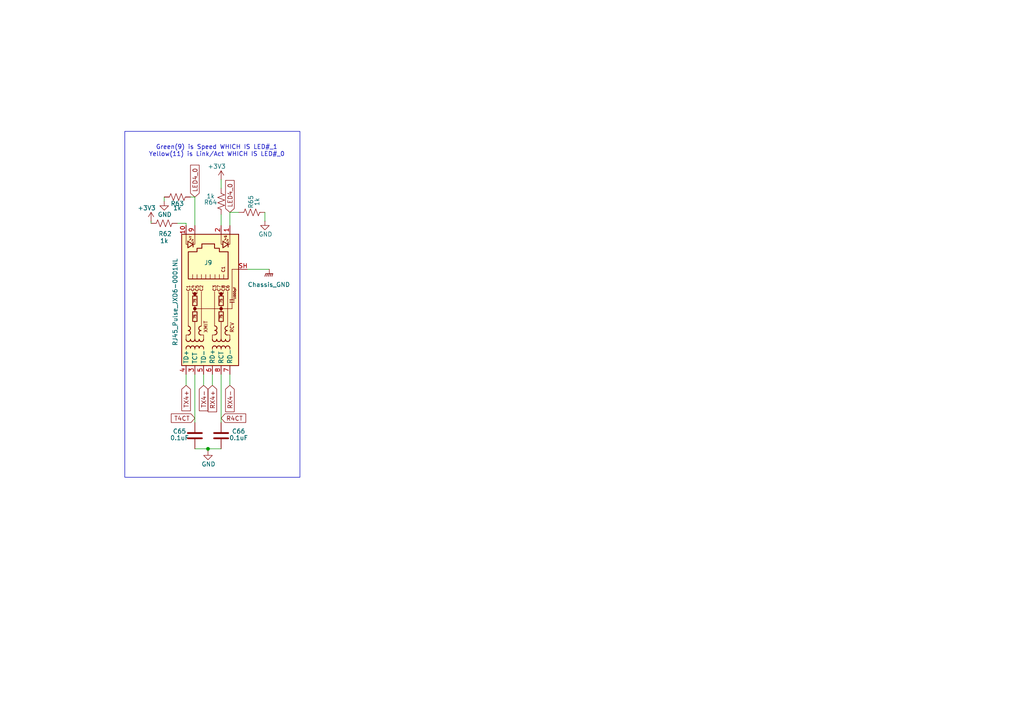
<source format=kicad_sch>
(kicad_sch (version 20250114) (generator "eeschema") (generator_version "9.0")
  (paper "A4")
  (title_block (date "2025-04-01") (rev "1") (company "Bronco Space") (comment 1 "SCALES") (comment 2 "By John Pollak"))
  (lib_symbols
    (symbol "Connector:RJ45_Pulse_JXD6-0001NL"
      (property "Reference" "J" (at 17.78 10.16 0))
      (property "Value" "RJ45_Pulse_JXD6-0001NL" (at -6.35 10.16 0))
      (symbol "RJ45_Pulse_JXD6-0001NL_0_0"
        (circle (center -1.27 5.08) (radius 0.0001) (stroke (width 0.508)))
        (polyline (pts (xy -1.27 5.08) (xy -1.27 -5.715)))
        (circle (center -1.27 -2.54) (radius 0.0001) (stroke (width 0.508)))
        (polyline (pts (xy 0.635 -5.08) (xy 0.635 -6.35)) (stroke (width 0.254)))
        (polyline (pts (xy 1.27 -5.08) (xy 1.27 -6.35)) (stroke (width 0.254)))
        (polyline (pts (xy 3.048 5.08) (xy 2.54 5.08)))
        (circle (center 3.048 5.08) (radius 0.0001) (stroke (width 0.508)))
        (polyline (pts (xy 3.048 -2.54) (xy 2.54 -2.54)))
        (circle (center 3.048 -2.54) (radius 0.0001) (stroke (width 0.508)))
        (polyline (pts (xy 3.683 5.715) (xy 3.048 5.715) (xy 3.048 4.445) (xy 3.683 4.445)))
        (polyline (pts (xy 3.683 -1.905) (xy 3.048 -1.905) (xy 3.048 -3.175) (xy 3.683 -3.175)))
        (polyline (pts (xy 17.399 7.112) (xy 17.399 7.62) (xy 20.32 7.62)))
        (polyline (pts (xy 17.399 -3.048) (xy 17.399 -2.54) (xy 20.32 -2.54)))
        (polyline (pts (xy 20.32 5.08) (xy 17.399 5.08) (xy 17.399 5.588)))
        (polyline (pts (xy 20.32 -5.08) (xy 17.399 -5.08) (xy 17.399 -4.572)))
        (text "XMIT" (at -8.255 1.905 0) (effects (font (size 1.016 1.016)) (justify left)))
        (text "RCV" (at -8.255 -5.715 0) (effects (font (size 1.016 1.016)) (justify left)))
        (text "C1" (at 4.699 6.985 0) (effects (font (size 0.889 0.889))))
        (text "C4" (at 4.699 5.715 0) (effects (font (size 0.889 0.889))))
        (text "C5" (at 4.699 4.445 0) (effects (font (size 0.889 0.889))))
        (text "C2" (at 4.699 3.175 0) (effects (font (size 0.889 0.889))))
        (text "C3" (at 4.699 -0.635 0) (effects (font (size 0.889 0.889))))
        (text "C7" (at 4.699 -1.905 0) (effects (font (size 0.889 0.889))))
        (text "C8" (at 4.699 -3.175 0) (effects (font (size 0.889 0.889))))
        (text "C6" (at 4.699 -4.445 0) (effects (font (size 0.889 0.889))))
        (text "C1" (at 10.16 -3.175 0) (effects (font (size 0.889 0.889))))
      )
      (symbol "RJ45_Pulse_JXD6-0001NL_0_1"
        (rectangle (start -17.78 8.89) (end 20.32 -7.62) (stroke (width 0.254)) (fill (type background)))
        (polyline (pts (xy -12.7 7.62) (xy -13.081 7.62)))
        (polyline (pts (xy -12.7 5.08) (xy -13.081 5.08)))
        (polyline (pts (xy -12.7 2.54) (xy -13.081 2.54)))
        (polyline (pts (xy -12.7 0) (xy -13.081 0)))
        (polyline (pts (xy -12.7 -2.54) (xy -13.081 -2.54)))
        (polyline (pts (xy -12.7 -5.08) (xy -13.081 -5.08)))
        (polyline (pts (xy -10.16 7.62) (xy -8.89 7.62) (xy -8.89 6.985)))
        (polyline (pts (xy -10.16 0) (xy -8.89 0) (xy -8.89 -0.635)))
        (polyline (pts (xy -8.89 3.175) (xy -8.89 2.54) (xy -10.16 2.54)))
        (polyline (pts (xy -8.89 -4.445) (xy -8.89 -5.08) (xy -10.16 -5.08)))
        (polyline (pts (xy -6.35 6.985) (xy 3.683 6.985)))
        (polyline (pts (xy -6.35 3.175) (xy 3.683 3.175)))
        (polyline (pts (xy -6.35 -4.445) (xy 3.683 -4.445)))
        (polyline (pts (xy -6.223 -0.635) (xy 3.683 -0.635)))
        (polyline (pts (xy -5.08 -2.54) (xy -10.16 -2.54)))
        (polyline (pts (xy -4.953 5.08) (xy -10.16 5.08)))
        (polyline (pts (xy -2.159 5.08) (xy -0.381 5.08)))
        (polyline (pts (xy -2.159 -2.54) (xy -0.381 -2.54)))
        (polyline (pts (xy 0.635 -5.715) (xy -1.27 -5.715)))
        (polyline (pts (xy 7.366 3.175) (xy 8.636 3.175)))
        (polyline (pts (xy 7.366 1.905) (xy 8.636 1.905)))
        (polyline (pts (xy 7.366 0.635) (xy 8.636 0.635)))
        (polyline (pts (xy 7.366 -0.762) (xy 8.636 -0.762)))
        (polyline (pts (xy 7.366 -2.032) (xy 8.636 -2.032)))
        (polyline (pts (xy 8.636 5.715) (xy 7.366 5.715)))
        (polyline (pts (xy 8.636 4.445) (xy 7.366 4.445)))
        (polyline (pts (xy 8.636 -3.302) (xy 7.366 -3.302)))
        (polyline (pts (xy 10.16 -5.715) (xy 1.27 -5.715)))
        (polyline (pts (xy 10.16 -5.715) (xy 10.16 -7.62)))
      )
      (symbol "RJ45_Pulse_JXD6-0001NL_1_0"
        (text "1000pF" (at 3.302 -6.477 0) (effects (font (size 0.635 0.635))))
      )
      (symbol "RJ45_Pulse_JXD6-0001NL_1_1"
        (arc (start -12.7 0) (mid -12.0677 -0.635) (end -12.7 -1.27) (stroke (width 0.254)))
        (arc (start -12.6973 7.62) (mid -12.065 6.985) (end -12.6973 6.35) (stroke (width 0.254)))
        (arc (start -12.6973 -1.27) (mid -12.065 -1.905) (end -12.6973 -2.54) (stroke (width 0.254)))
        (arc (start -12.6973 -2.54) (mid -12.065 -3.175) (end -12.6973 -3.81) (stroke (width 0.254)))
        (arc (start -12.6973 -3.81) (mid -12.065 -4.445) (end -12.6973 -5.08) (stroke (width 0.254)))
        (arc (start -12.6946 6.35) (mid -12.0623 5.715) (end -12.6946 5.08) (stroke (width 0.254)))
        (arc (start -12.6946 5.08) (mid -12.0623 4.445) (end -12.6946 3.81) (stroke (width 0.254)))
        (arc (start -12.6946 3.81) (mid -12.0623 3.175) (end -12.6946 2.54) (stroke (width 0.254)))
        (arc (start -10.1654 6.35) (mid -10.7977 6.985) (end -10.1654 7.62) (stroke (width 0.254)))
        (arc (start -10.1654 5.08) (mid -10.7977 5.715) (end -10.1654 6.35) (stroke (width 0.254)))
        (arc (start -10.1654 3.81) (mid -10.7977 4.445) (end -10.1654 5.08) (stroke (width 0.254)))
        (arc (start -10.1654 -1.27) (mid -10.7977 -0.635) (end -10.1654 0) (stroke (width 0.254)))
        (arc (start -10.1654 -2.54) (mid -10.7977 -1.905) (end -10.1654 -1.27) (stroke (width 0.254)))
        (arc (start -10.1654 -3.81) (mid -10.7977 -3.175) (end -10.1654 -2.54) (stroke (width 0.254)))
        (arc (start -10.1627 2.54) (mid -10.795 3.175) (end -10.1627 3.81) (stroke (width 0.254)))
        (arc (start -10.1627 -5.08) (mid -10.795 -4.445) (end -10.1627 -3.81) (stroke (width 0.254)))
        (arc (start -7.62 6.9823) (mid -8.255 6.35) (end -8.89 6.9823) (stroke (width 0.254)))
        (arc (start -8.89 3.3047) (mid -8.255 3.937) (end -7.62 3.3047) (stroke (width 0.254)))
        (arc (start -8.89 -4.3153) (mid -8.255 -3.683) (end -7.62 -4.3153) (stroke (width 0.254)))
        (arc (start -7.5565 -0.7012) (mid -8.1915 -1.3335) (end -8.8265 -0.7012) (stroke (width 0.254)))
        (arc (start -6.35 6.985) (mid -6.985 6.3527) (end -7.62 6.985) (stroke (width 0.254)))
        (arc (start -7.62 3.3074) (mid -6.985 3.9397) (end -6.35 3.3074) (stroke (width 0.254)))
        (arc (start -7.62 -4.3126) (mid -6.985 -3.6803) (end -6.35 -4.3126) (stroke (width 0.254)))
        (arc (start -6.2865 -0.6985) (mid -6.9215 -1.3308) (end -7.5565 -0.6985) (stroke (width 0.254)))
        (rectangle (start -4.953 5.715) (end -2.159 4.445) (stroke (width 0.254)))
        (rectangle (start -4.953 -1.905) (end -2.159 -3.175) (stroke (width 0.254)))
        (rectangle (start -0.381 5.715) (end 2.413 4.445) (stroke (width 0.254)))
        (rectangle (start -0.381 -1.905) (end 2.413 -3.175) (stroke (width 0.254)))
        (polyline (pts (xy 7.366 -4.572) (xy 7.366 6.985) (xy 15.24 6.985) (xy 15.24 4.445) (xy 16.256 4.445) (xy 16.256 3.048) (xy 17.526 3.048) (xy 17.526 -0.635) (xy 16.256 -0.635) (xy 16.256 -2.032) (xy 15.24 -2.032) (xy 15.24 -4.572) (xy 7.366 -4.572)) (stroke (width 0.254)))
        (polyline (pts (xy 18.161 5.588) (xy 16.637 5.588)) (stroke (width 0.254)))
        (polyline (pts (xy 18.161 -4.572) (xy 16.637 -4.572)) (stroke (width 0.254)))
        (polyline (pts (xy 18.288 7.112) (xy 16.383 7.112) (xy 17.399 5.588) (xy 18.288 7.112)) (stroke (width 0.254)))
        (polyline (pts (xy 18.288 6.096) (xy 18.796 5.588) (xy 18.542 5.588)))
        (polyline (pts (xy 18.288 -3.048) (xy 16.383 -3.048) (xy 17.399 -4.572) (xy 18.288 -3.048)) (stroke (width 0.254)))
        (polyline (pts (xy 18.288 -4.064) (xy 18.796 -4.572) (xy 18.542 -4.572)))
        (polyline (pts (xy 18.542 6.731) (xy 19.05 6.223) (xy 18.796 6.223)))
        (polyline (pts (xy 18.542 -3.429) (xy 19.05 -3.937) (xy 18.796 -3.937)))
        (polyline (pts (xy 18.796 5.588) (xy 18.796 5.842)))
        (polyline (pts (xy 18.796 -4.572) (xy 18.796 -4.318)))
        (polyline (pts (xy 19.05 6.223) (xy 19.05 6.477)))
        (polyline (pts (xy 19.05 -3.937) (xy 19.05 -3.683)))
        (text "75" (at -3.556 5.08 0) (effects (font (size 0.635 0.635))))
        (text "75" (at -3.556 -2.54 0) (effects (font (size 0.635 0.635))))
        (text "75" (at 1.016 5.08 0) (effects (font (size 0.635 0.635))))
        (text "75" (at 1.016 -2.54 0) (effects (font (size 0.635 0.635))))
        (text "Y" (at 19.558 6.35 0) (effects (font (size 0.635 0.635))))
        (text "G" (at 19.685 -3.81 0) (effects (font (size 0.635 0.635))))
        (pin passive line (at -20.32 7.62 0) (length 2.54) (name "TD+") (number "4"))
        (pin passive line (at -20.32 5.08 0) (length 2.54) (name "TCT") (number "3"))
        (pin passive line (at -20.32 2.54 0) (length 2.54) (name "TD-") (number "5"))
        (pin passive line (at -20.32 0 0) (length 2.54) (name "RD+") (number "6"))
        (pin passive line (at -20.32 -2.54 0) (length 2.54) (name "RCT") (number "8"))
        (pin passive line (at -20.32 -5.08 0) (length 2.54) (name "RD-") (number "7"))
        (pin power_in line (at 10.16 -10.16 90) (length 2.54) (name "") (number "SH"))
        (pin passive line (at 22.86 7.62 180) (length 2.54) (name "") (number "10"))
        (pin passive line (at 22.86 5.08 180) (length 2.54) (name "") (number "9"))
        (pin passive line (at 22.86 -2.54 180) (length 2.54) (name "") (number "2"))
        (pin passive line (at 22.86 -5.08 180) (length 2.54) (name "") (number "1"))
      )
    )
    (symbol "Device:C" (pin_numbers (hide yes)) (pin_names (offset 0.254))
      (property "Reference" "C" (at 0.635 2.54 0))
      (property "Value" "C" (at 0.635 -2.54 0))
      (symbol "C_0_1"
        (polyline (pts (xy -2.032 0.762) (xy 2.032 0.762)) (stroke (width 0.508)))
        (polyline (pts (xy -2.032 -0.762) (xy 2.032 -0.762)) (stroke (width 0.508)))
      )
      (symbol "C_1_1"
        (pin passive line (at 0 3.81 270) (length 2.794) (name "~") (number "1"))
        (pin passive line (at 0 -3.81 90) (length 2.794) (name "~") (number "2"))
      )
    )
    (symbol "Device:R_US" (pin_numbers (hide yes)) (pin_names (offset 0))
      (property "Reference" "R" (at 2.54 0 90))
      (property "Value" "R_US" (at -2.54 0 90))
      (symbol "R_US_0_1"
        (polyline (pts (xy 0 2.286) (xy 0 2.54)))
        (polyline (pts (xy 0 2.286) (xy 1.016 1.905) (xy 0 1.524) (xy -1.016 1.143) (xy 0 0.762)))
        (polyline (pts (xy 0 0.762) (xy 1.016 0.381) (xy 0 0) (xy -1.016 -0.381) (xy 0 -0.762)))
        (polyline (pts (xy 0 -0.762) (xy 1.016 -1.143) (xy 0 -1.524) (xy -1.016 -1.905) (xy 0 -2.286)))
        (polyline (pts (xy 0 -2.286) (xy 0 -2.54)))
      )
      (symbol "R_US_1_1"
        (pin passive line (at 0 3.81 270) (length 1.27) (name "~") (number "1"))
        (pin passive line (at 0 -3.81 90) (length 1.27) (name "~") (number "2"))
      )
    )
    (symbol "power:+3V3" (power) (pin_numbers (hide yes)) (pin_names (offset 0) (hide yes))
      (property "Value" "+3V3" (at 0 3.556 0))
      (symbol "+3V3_0_1"
        (polyline (pts (xy -0.762 1.27) (xy 0 2.54)))
        (polyline (pts (xy 0 2.54) (xy 0.762 1.27)))
        (polyline (pts (xy 0 0) (xy 0 2.54)))
      )
      (symbol "+3V3_1_1"
        (pin power_in line (at 0 0 90) (length 0) (name "~") (number "1"))
      )
    )
    (symbol "power:GND" (power) (pin_numbers (hide yes)) (pin_names (offset 0) (hide yes))
      (property "Value" "GND" (at 0 -3.81 0))
      (symbol "GND_0_1"
        (polyline (pts (xy 0 0) (xy 0 -1.27) (xy 1.27 -1.27) (xy 0 -2.54) (xy -1.27 -1.27) (xy 0 -1.27)))
      )
      (symbol "GND_1_1"
        (pin power_in line (at 0 0 270) (length 0) (name "~") (number "1"))
      )
    )
    (symbol "power:GNDPWR" (power) (pin_numbers (hide yes)) (pin_names (offset 0) (hide yes))
      (property "Value" "GNDPWR" (at 0 -3.302 0))
      (symbol "GNDPWR_0_1"
        (polyline (pts (xy -1.016 -1.27) (xy -1.27 -2.032) (xy -1.27 -2.032)) (stroke (width 0.2032)))
        (polyline (pts (xy -0.508 -1.27) (xy -0.762 -2.032) (xy -0.762 -2.032)) (stroke (width 0.2032)))
        (polyline (pts (xy 0 -1.27) (xy 0 0)))
        (polyline (pts (xy 0 -1.27) (xy -0.254 -2.032) (xy -0.254 -2.032)) (stroke (width 0.2032)))
        (polyline (pts (xy 0.508 -1.27) (xy 0.254 -2.032) (xy 0.254 -2.032)) (stroke (width 0.2032)))
        (polyline (pts (xy 1.016 -1.27) (xy -1.016 -1.27) (xy -1.016 -1.27)) (stroke (width 0.2032)))
        (polyline (pts (xy 1.016 -1.27) (xy 0.762 -2.032) (xy 0.762 -2.032) (xy 0.762 -2.032)) (stroke (width 0.2032)))
      )
      (symbol "GNDPWR_1_1"
        (pin power_in line (at 0 0 270) (length 0) (name "~") (number "1"))
      )
    )
  )
  (rectangle (start 36.195 38.1) (end 86.995 138.43))
  (text "Green(9) is Speed WHICH IS LED#_1\nYellow(11) is Link/Act WHICH IS LED#_0\n" (at 62.865 43.815 0) (effects (font (size 1.27 1.27))))
  (junction (at 60.325 130.175))
  (wire (pts (xy 51.435 64.77) (xy 53.975 64.77)))
  (wire (pts (xy 43.815 64.135) (xy 43.815 64.77)))
  (wire (pts (xy 53.975 64.77) (xy 53.975 65.405)))
  (wire (pts (xy 66.675 111.76) (xy 66.675 108.585)))
  (wire (pts (xy 64.135 108.585) (xy 64.135 122.555)))
  (wire (pts (xy 61.595 111.76) (xy 61.595 108.585)))
  (wire (pts (xy 71.755 78.105) (xy 78.105 78.105)))
  (wire (pts (xy 53.975 111.76) (xy 53.975 108.585)))
  (wire (pts (xy 47.625 57.15) (xy 47.625 58.42)))
  (wire (pts (xy 66.675 65.405) (xy 66.675 61.595)))
  (wire (pts (xy 64.135 52.07) (xy 64.135 54.61)))
  (wire (pts (xy 64.135 62.23) (xy 64.135 65.405)))
  (wire (pts (xy 59.055 111.76) (xy 59.055 108.585)))
  (wire (pts (xy 60.325 130.175) (xy 64.135 130.175)))
  (wire (pts (xy 56.515 130.175) (xy 60.325 130.175)))
  (wire (pts (xy 56.515 57.15) (xy 56.515 65.405)))
  (wire (pts (xy 55.245 57.15) (xy 56.515 57.15)))
  (wire (pts (xy 60.325 130.175) (xy 60.325 130.81)))
  (wire (pts (xy 66.675 61.595) (xy 69.215 61.595)))
  (wire (pts (xy 76.835 61.595) (xy 76.835 64.135)))
  (wire (pts (xy 56.515 108.585) (xy 56.515 122.555)))
  (global_label "RX4+" (shape input) (at 61.595 111.76 270) (property "Intersheetrefs" "${INTERSHEET_REFS}" (effects (hide yes))))
  (global_label "LED4_0" (shape input) (at 66.675 61.595 90) (property "Intersheetrefs" "${INTERSHEET_REFS}" (effects (hide yes))))
  (global_label "T4CT" (shape input) (at 56.515 121.285 180) (property "Intersheetrefs" "${INTERSHEET_REFS}" (effects (hide yes))))
  (global_label "TX4-" (shape input) (at 59.055 111.76 270) (property "Intersheetrefs" "${INTERSHEET_REFS}" (effects (hide yes))))
  (global_label "RX4-" (shape input) (at 66.675 111.76 270) (property "Intersheetrefs" "${INTERSHEET_REFS}" (effects (hide yes))))
  (global_label "TX4+" (shape input) (at 53.975 111.76 270) (property "Intersheetrefs" "${INTERSHEET_REFS}" (effects (hide yes))))
  (global_label "LED4_0" (shape input) (at 56.515 57.15 90) (property "Intersheetrefs" "${INTERSHEET_REFS}" (effects (hide yes))))
  (global_label "R4CT" (shape input) (at 64.135 121.285 0) (property "Intersheetrefs" "${INTERSHEET_REFS}" (effects (hide yes))))
  (symbol (lib_id "power:GND") (at 47.625 58.42 0) (unit 1)
    (property "Reference" "#PWR0154" (effects (hide yes)))
    (property "Value" "GND" (at 45.72 62.23 0) (effects (justify left)))
    (property "Description" "Power symbol creates a global label with name \"GND\" , ground" (effects (hide yes)))
  )
  (symbol (lib_id "power:+3V3") (at 64.135 52.07 0) (unit 1)
    (property "Reference" "#PWR0156" (effects (hide yes)))
    (property "Value" "+3V3" (at 62.865 48.26 0))
    (property "Description" "Power symbol creates a global label with name \"+3V3\"" (effects (hide yes)))
  )
  (symbol (lib_id "Device:R_US") (at 64.135 58.42 180) (unit 1)
    (property "Reference" "R64" (at 61.087 58.674 0))
    (property "Value" "1k" (at 61.087 56.896 0))
    (property "Footprint" "Resistor_SMD:R_0603_1608Metric" (effects (hide yes)))
    (property "Description" "Resistor, US symbol" (effects (hide yes)))
  )
  (symbol (lib_id "Device:R_US") (at 73.025 61.595 90) (unit 1)
    (property "Reference" "R65" (at 72.771 58.547 0))
    (property "Value" "1k" (at 74.549 58.547 0))
    (property "Footprint" "Resistor_SMD:R_0603_1608Metric" (effects (hide yes)))
    (property "Description" "Resistor, US symbol" (effects (hide yes)))
  )
  (symbol (lib_id "Device:C") (at 64.135 126.365 0) (unit 1)
    (property "Reference" "C66" (at 69.215 125.095 0))
    (property "Value" "0.1uF" (at 69.215 127 0))
    (property "Footprint" "Capacitor_SMD:C_0402_1005Metric" (effects (hide yes)))
    (property "Description" "Unpolarized capacitor" (effects (hide yes)))
  )
  (symbol (lib_id "power:GND") (at 76.835 64.135 0) (unit 1)
    (property "Reference" "#PWR0157" (effects (hide yes)))
    (property "Value" "GND" (at 74.93 67.945 0) (effects (justify left)))
    (property "Description" "Power symbol creates a global label with name \"GND\" , ground" (effects (hide yes)))
  )
  (symbol (lib_id "power:GNDPWR") (at 78.105 78.105 0) (unit 1)
    (property "Reference" "#PWR0158" (effects (hide yes)))
    (property "Value" "Chassis_GND" (at 77.978 82.55 0))
    (property "Description" "Power symbol creates a global label with name \"GNDPWR\" , global ground" (effects (hide yes)))
  )
  (symbol (lib_id "Connector:RJ45_Pulse_JXD6-0001NL") (at 61.595 88.265 90) (unit 1)
    (property "Reference" "J9" (at 61.595 76.2 90) (effects (justify left)))
    (property "Value" "RJ45_Pulse_JXD6-0001NL" (at 50.8 100.33 0) (effects (justify left)))
    (property "Footprint" "Connector_RJ:RJ45_Pulse_JXD6-0001NL_Horizontal" (effects (hide yes)))
    (property "Datasheet" "https://productfinder.pulseeng.com/doc_type/WEB301/doc_num/JXD6-0001NL/doc_part/JXD6-0001NL.pdf" (effects (hide yes)))
    (property "Description" "LAN Transformer Jack, RJ45, 10/100 BaseT" (effects (hide yes)))
    (property "LCSC link" "https://lcsc.com/product-detail/Ethernet-Connectors-Modular-Connectors-RJ45-RJ11_Pulse-Elec-JXD6-0001NL_C5359047.html?s_z=n_C5359047" (effects (hide yes)))
  )
  (symbol (lib_id "Device:R_US") (at 51.435 57.15 270) (unit 1)
    (property "Reference" "R63" (at 51.435 59.055 90))
    (property "Value" "1k" (at 51.435 60.325 90))
    (property "Footprint" "Resistor_SMD:R_0603_1608Metric" (effects (hide yes)))
    (property "Description" "Resistor, US symbol" (effects (hide yes)))
  )
  (symbol (lib_id "power:GND") (at 60.325 130.81 0) (unit 1)
    (property "Reference" "#PWR0155" (effects (hide yes)))
    (property "Value" "GND" (at 58.42 134.62 0) (effects (justify left)))
    (property "Description" "Power symbol creates a global label with name \"GND\" , ground" (effects (hide yes)))
  )
  (symbol (lib_id "power:+3V3") (at 43.815 64.135 0) (unit 1)
    (property "Reference" "#PWR0153" (effects (hide yes)))
    (property "Value" "+3V3" (at 42.545 60.325 0))
    (property "Description" "Power symbol creates a global label with name \"+3V3\"" (effects (hide yes)))
  )
  (symbol (lib_id "Device:C") (at 56.515 126.365 0) (unit 1)
    (property "Reference" "C65" (at 52.07 125.095 0))
    (property "Value" "0.1uF" (at 52.07 127 0))
    (property "Footprint" "Capacitor_SMD:C_0402_1005Metric" (effects (hide yes)))
    (property "Description" "Unpolarized capacitor" (effects (hide yes)))
  )
  (symbol (lib_id "Device:R_US") (at 47.625 64.77 270) (unit 1)
    (property "Reference" "R62" (at 47.879 67.818 90))
    (property "Value" "1k" (at 47.625 69.85 90))
    (property "Footprint" "Resistor_SMD:R_0603_1608Metric" (effects (hide yes)))
    (property "Description" "Resistor, US symbol" (effects (hide yes)))
  )
)
</source>
